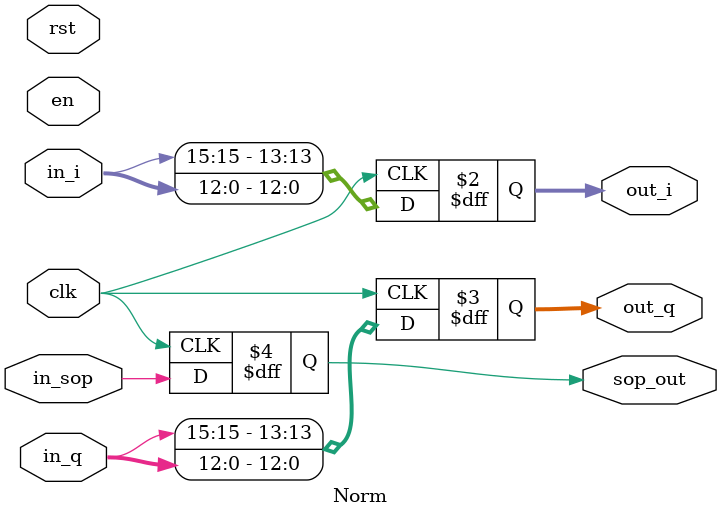
<source format=v>
module Norm
(
	input clk, en, rst, in_sop,
	input signed [15:0] in_i, in_q,
	output reg signed [13:0] out_i, out_q,
	output reg sop_out
);

always @(posedge clk) begin
	sop_out <= in_sop;
	out_i <= {in_i[15],in_i[12:0]};
	out_q <= {in_q[15],in_q[12:0]};
end

endmodule
</source>
